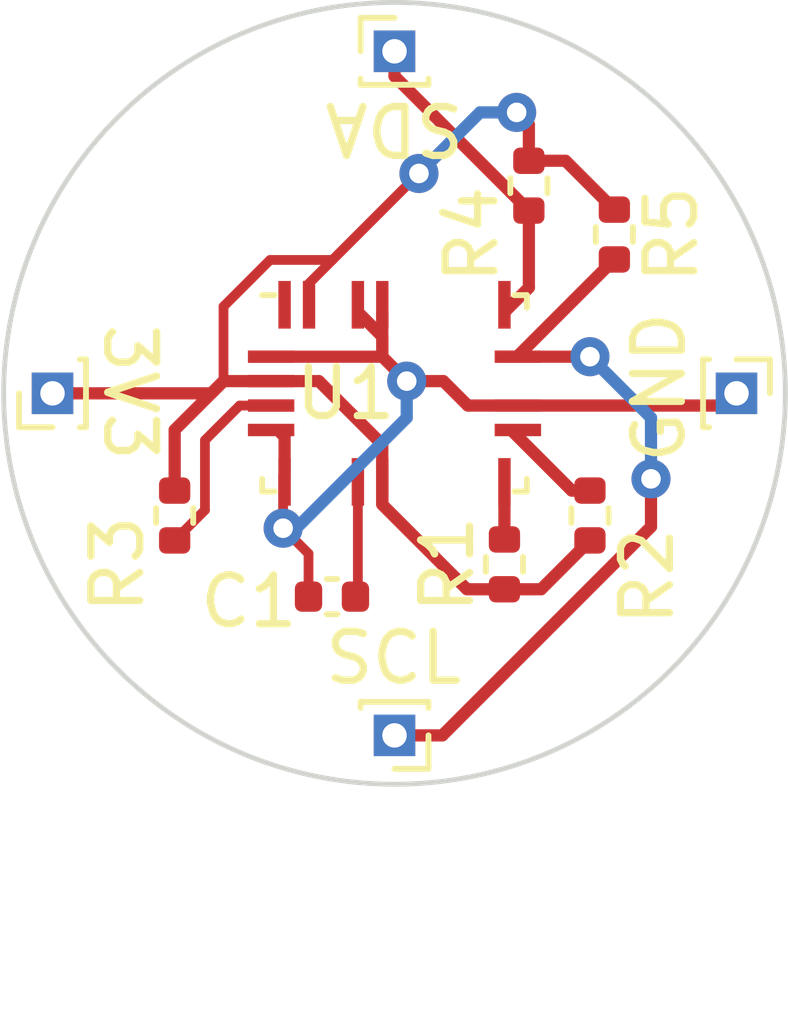
<source format=kicad_pcb>
(kicad_pcb (version 20221018) (generator pcbnew)
  (layers (0 "F.Cu" signal) (31 "B.Cu" signal) (34 "B.Paste" user) (35 "F.Paste" user) (36 "B.SilkS" user "B.Silkscreen") (37 "F.SilkS" user "F.Silkscreen") (38 "B.Mask" user) (39 "F.Mask" user) (44 "Edge.Cuts" user))
  (net 0 "")
  (net 1 "Net-(U1-CAP)")
  (net 2 "GND")
  (net 3 "Net-(J1-Pin_1)")
  (net 4 "Net-(J2-Pin_1)")
  (net 5 "+3.3V")
  (net 6 "Net-(U1-ENV_SCL)")
  (net 7 "Net-(U1-ENV_SDA)")
  (net 8 "Net-(U1-BOOTN)")
  (footprint "Resistor_SMD:R_0402_1005Metric" (layer "F.Cu") (at 143.08 106.64 -90)
    (fp_text reference "R2" (at 1.25 -1.17 90) (layer "F.SilkS"))
    (fp_text value "2.2k")
    (fp_line (start -0.153641 -0.38) (end 0.153641 -0.38) (stroke (width 0.12)) (layer "F.SilkS"))
    (fp_line (start -0.153641 0.38) (end 0.153641 0.38) (stroke (width 0.12)) (layer "F.SilkS"))
    (pad "1" smd roundrect (at -0.51 0 270) (size 0.54 0.64) (layers "F.Cu" "F.Paste" "F.Mask") (net 7 "Net-(U1-ENV_SDA)"))
    (pad "2" smd roundrect (at 0.51 0 270) (size 0.54 0.64) (layers "F.Cu" "F.Paste" "F.Mask") (net 5 "+3.3V"))
  )
  (footprint "Connector_PinHeader_1.00mm:PinHeader_1x01_P1.00mm_Vertical" (layer "F.Cu") (at 139.08 111.14 180)
    (fp_text reference "J2" hide)
    (fp_text value "Conn_01x01_Pin")
    (fp_line (start -0.695 -0.685) (end 0 -0.685) (stroke (width 0.12)) (layer "F.SilkS"))
    (fp_line (start -0.695 0) (end -0.695 -0.685) (stroke (width 0.12)) (layer "F.SilkS"))
    (fp_line (start -0.695 0.685) (end -0.695 0.56) (stroke (width 0.12)) (layer "F.SilkS"))
    (fp_line (start -0.695 0.685) (end -0.608276 0.685) (stroke (width 0.12)) (layer "F.SilkS"))
    (fp_line (start -0.695 0.685) (end 0.695 0.685) (stroke (width 0.12)) (layer "F.SilkS"))
    (fp_line (start 0.608276 0.685) (end 0.695 0.685) (stroke (width 0.12)) (layer "F.SilkS"))
    (fp_line (start 0.695 0.685) (end 0.695 0.56) (stroke (width 0.12)) (layer "F.SilkS"))
    (pad "1" thru_hole rect (at 0 0 180) (size 0.85 0.85) (drill 0.5) (layers "*.Cu" "*.Mask") (net 4 "Net-(J2-Pin_1)"))
  )
  (footprint "Capacitor_SMD:C_0402_1005Metric" (layer "F.Cu") (at 137.8 108.3 180)
    (fp_text reference "C1" (at 1.7 -0.1) (layer "F.SilkS"))
    (fp_text value "0.1uF")
    (fp_line (start -0.107836 -0.36) (end 0.107836 -0.36) (stroke (width 0.12)) (layer "F.SilkS"))
    (fp_line (start -0.107836 0.36) (end 0.107836 0.36) (stroke (width 0.12)) (layer "F.SilkS"))
    (pad "1" smd roundrect (at -0.48 0 180) (size 0.56 0.62) (layers "F.Cu" "F.Paste" "F.Mask") (net 1 "Net-(U1-CAP)"))
    (pad "2" smd roundrect (at 0.48 0 180) (size 0.56 0.62) (layers "F.Cu" "F.Paste" "F.Mask") (net 2 "GND"))
  )
  (footprint "Connector_PinHeader_1.00mm:PinHeader_1x01_P1.00mm_Vertical" (layer "F.Cu") (at 139.08 97.14)
    (fp_text reference "J1" hide)
    (fp_text value "Conn_01x01_Pin")
    (fp_line (start -0.695 -0.685) (end 0 -0.685) (stroke (width 0.12)) (layer "F.SilkS"))
    (fp_line (start -0.695 0) (end -0.695 -0.685) (stroke (width 0.12)) (layer "F.SilkS"))
    (fp_line (start -0.695 0.685) (end -0.695 0.56) (stroke (width 0.12)) (layer "F.SilkS"))
    (fp_line (start -0.695 0.685) (end -0.608276 0.685) (stroke (width 0.12)) (layer "F.SilkS"))
    (fp_line (start -0.695 0.685) (end 0.695 0.685) (stroke (width 0.12)) (layer "F.SilkS"))
    (fp_line (start 0.608276 0.685) (end 0.695 0.685) (stroke (width 0.12)) (layer "F.SilkS"))
    (fp_line (start 0.695 0.685) (end 0.695 0.56) (stroke (width 0.12)) (layer "F.SilkS"))
    (pad "1" thru_hole rect (at 0 0) (size 0.85 0.85) (drill 0.5) (layers "*.Cu" "*.Mask") (net 3 "Net-(J1-Pin_1)"))
  )
  (footprint "Connector_PinHeader_1.00mm:PinHeader_1x01_P1.00mm_Vertical" (layer "F.Cu") (at 132.08 104.14 90)
    (fp_text reference "J3" hide)
    (fp_text value "Conn_01x01_Pin")
    (fp_line (start -0.695 -0.685) (end 0 -0.685) (stroke (width 0.12)) (layer "F.SilkS"))
    (fp_line (start -0.695 0) (end -0.695 -0.685) (stroke (width 0.12)) (layer "F.SilkS"))
    (fp_line (start -0.695 0.685) (end -0.695 0.56) (stroke (width 0.12)) (layer "F.SilkS"))
    (fp_line (start -0.695 0.685) (end -0.608276 0.685) (stroke (width 0.12)) (layer "F.SilkS"))
    (fp_line (start -0.695 0.685) (end 0.695 0.685) (stroke (width 0.12)) (layer "F.SilkS"))
    (fp_line (start 0.608276 0.685) (end 0.695 0.685) (stroke (width 0.12)) (layer "F.SilkS"))
    (fp_line (start 0.695 0.685) (end 0.695 0.56) (stroke (width 0.12)) (layer "F.SilkS"))
    (pad "1" thru_hole rect (at 0 0 90) (size 0.85 0.85) (drill 0.5) (layers "*.Cu" "*.Mask") (net 5 "+3.3V"))
  )
  (footprint "Resistor_SMD:R_0402_1005Metric" (layer "F.Cu") (at 141.33 107.64 90)
    (fp_text reference "R1" (at 0 -1.17 90) (layer "F.SilkS"))
    (fp_text value "2.2k")
    (fp_line (start -0.153641 -0.38) (end 0.153641 -0.38) (stroke (width 0.12)) (layer "F.SilkS"))
    (fp_line (start -0.153641 0.38) (end 0.153641 0.38) (stroke (width 0.12)) (layer "F.SilkS"))
    (pad "1" smd roundrect (at -0.51 0 90) (size 0.54 0.64) (layers "F.Cu" "F.Paste" "F.Mask") (net 5 "+3.3V"))
    (pad "2" smd roundrect (at 0.51 0 90) (size 0.54 0.64) (layers "F.Cu" "F.Paste" "F.Mask") (net 6 "Net-(U1-ENV_SCL)"))
  )
  (footprint "Package_LGA:LGA-28_5.2x3.8mm_P0.5mm" (layer "F.Cu") (at 139.08 104.14)
    (fp_text reference "U1" (at -1 0) (layer "F.SilkS"))
    (fp_text value "~")
    (fp_line (start -2.71 -2.01) (end -2.45 -2.01) (stroke (width 0.12)) (layer "F.SilkS"))
    (fp_line (start -2.71 2.01) (end -2.71 1.75) (stroke (width 0.12)) (layer "F.SilkS"))
    (fp_line (start -2.71 2.01) (end -2.45 2.01) (stroke (width 0.12)) (layer "F.SilkS"))
    (fp_line (start 2.71 -2.01) (end 2.45 -2.01) (stroke (width 0.12)) (layer "F.SilkS"))
    (fp_line (start 2.71 -2.01) (end 2.71 -1.75) (stroke (width 0.12)) (layer "F.SilkS"))
    (fp_line (start 2.71 2.01) (end 2.45 2.01) (stroke (width 0.12)) (layer "F.SilkS"))
    (fp_line (start 2.71 2.01) (end 2.71 1.75) (stroke (width 0.12)) (layer "F.SilkS"))
    (pad "1" smd rect (at -2.25 -1.8125) (size 0.254 0.975) (layers "F.Cu" "F.Paste" "F.Mask"))
    (pad "2" smd rect (at -2.525 -0.75 90) (size 0.254 0.95) (layers "F.Cu" "F.Paste" "F.Mask") (net 2 "GND"))
    (pad "3" smd rect (at -2.525 -0.25 90) (size 0.254 0.95) (layers "F.Cu" "F.Paste" "F.Mask") (net 5 "+3.3V"))
    (pad "4" smd rect (at -2.525 0.25 90) (size 0.254 0.95) (layers "F.Cu" "F.Paste" "F.Mask") (net 8 "Net-(U1-BOOTN)"))
    (pad "5" smd rect (at -2.525 0.75 90) (size 0.254 0.95) (layers "F.Cu" "F.Paste" "F.Mask") (net 2 "GND"))
    (pad "6" smd rect (at -2.25 1.8125) (size 0.254 0.975) (layers "F.Cu" "F.Paste" "F.Mask") (net 2 "GND"))
    (pad "9" smd rect (at -0.75 1.8125) (size 0.254 0.975) (layers "F.Cu" "F.Paste" "F.Mask") (net 1 "Net-(U1-CAP)"))
    (pad "10" smd rect (at -0.25 1.8125) (size 0.254 0.975) (layers "F.Cu" "F.Paste" "F.Mask") (net 5 "+3.3V"))
    (pad "15" smd rect (at 2.25 1.8125) (size 0.254 0.975) (layers "F.Cu" "F.Paste" "F.Mask") (net 6 "Net-(U1-ENV_SCL)"))
    (pad "16" smd rect (at 2.525 0.75 90) (size 0.254 0.95) (layers "F.Cu" "F.Paste" "F.Mask") (net 7 "Net-(U1-ENV_SDA)"))
    (pad "17" smd rect (at 2.525 0.25 90) (size 0.254 0.95) (layers "F.Cu" "F.Paste" "F.Mask") (net 2 "GND"))
    (pad "19" smd rect (at 2.525 -0.75 90) (size 0.254 0.95) (layers "F.Cu" "F.Paste" "F.Mask") (net 4 "Net-(J2-Pin_1)"))
    (pad "20" smd rect (at 2.25 -1.8125) (size 0.254 0.975) (layers "F.Cu" "F.Paste" "F.Mask") (net 3 "Net-(J1-Pin_1)"))
    (pad "25" smd rect (at -0.25 -1.8125) (size 0.254 0.975) (layers "F.Cu" "F.Paste" "F.Mask") (net 2 "GND"))
    (pad "26" smd rect (at -0.75 -1.8125) (size 0.254 0.975) (layers "F.Cu" "F.Paste" "F.Mask") (net 2 "GND"))
    (pad "28" smd rect (at -1.75 -1.8125) (size 0.254 0.975) (layers "F.Cu" "F.Paste" "F.Mask") (net 5 "+3.3V"))
  )
  (footprint "Resistor_SMD:R_0402_1005Metric" (layer "F.Cu") (at 143.58 100.89 -90)
    (fp_text reference "R5" (at 0 -1.17 90) (layer "F.SilkS"))
    (fp_text value "2.2k")
    (fp_line (start -0.153641 -0.38) (end 0.153641 -0.38) (stroke (width 0.12)) (layer "F.SilkS"))
    (fp_line (start -0.153641 0.38) (end 0.153641 0.38) (stroke (width 0.12)) (layer "F.SilkS"))
    (pad "1" smd roundrect (at -0.51 0 270) (size 0.54 0.64) (layers "F.Cu" "F.Paste" "F.Mask") (net 5 "+3.3V"))
    (pad "2" smd roundrect (at 0.51 0 270) (size 0.54 0.64) (layers "F.Cu" "F.Paste" "F.Mask") (net 4 "Net-(J2-Pin_1)"))
  )
  (footprint "Connector_PinHeader_1.00mm:PinHeader_1x01_P1.00mm_Vertical" (layer "F.Cu") (at 146.08 104.14 -90)
    (fp_text reference "J4" hide)
    (fp_text value "Conn_01x01_Pin")
    (fp_line (start -0.695 -0.685) (end 0 -0.685) (stroke (width 0.12)) (layer "F.SilkS"))
    (fp_line (start -0.695 0) (end -0.695 -0.685) (stroke (width 0.12)) (layer "F.SilkS"))
    (fp_line (start -0.695 0.685) (end -0.695 0.56) (stroke (width 0.12)) (layer "F.SilkS"))
    (fp_line (start -0.695 0.685) (end -0.608276 0.685) (stroke (width 0.12)) (layer "F.SilkS"))
    (fp_line (start -0.695 0.685) (end 0.695 0.685) (stroke (width 0.12)) (layer "F.SilkS"))
    (fp_line (start 0.608276 0.685) (end 0.695 0.685) (stroke (width 0.12)) (layer "F.SilkS"))
    (fp_line (start 0.695 0.685) (end 0.695 0.56) (stroke (width 0.12)) (layer "F.SilkS"))
    (pad "1" thru_hole rect (at 0 0 270) (size 0.85 0.85) (drill 0.5) (layers "*.Cu" "*.Mask") (net 2 "GND"))
  )
  (footprint "Resistor_SMD:R_0402_1005Metric" (layer "F.Cu") (at 141.83 99.89 90)
    (fp_text reference "R4" (at -1 -1.17 90) (layer "F.SilkS"))
    (fp_text value "2.2k")
    (fp_line (start -0.153641 -0.38) (end 0.153641 -0.38) (stroke (width 0.12)) (layer "F.SilkS"))
    (fp_line (start -0.153641 0.38) (end 0.153641 0.38) (stroke (width 0.12)) (layer "F.SilkS"))
    (pad "1" smd roundrect (at -0.51 0 90) (size 0.54 0.64) (layers "F.Cu" "F.Paste" "F.Mask") (net 3 "Net-(J1-Pin_1)"))
    (pad "2" smd roundrect (at 0.51 0 90) (size 0.54 0.64) (layers "F.Cu" "F.Paste" "F.Mask") (net 5 "+3.3V"))
  )
  (footprint "Resistor_SMD:R_0402_1005Metric" (layer "F.Cu") (at 134.58 106.64 90)
    (fp_text reference "R3" (at -1 -1.17 90) (layer "F.SilkS"))
    (fp_text value "10k")
    (fp_line (start -0.153641 -0.38) (end 0.153641 -0.38) (stroke (width 0.12)) (layer "F.SilkS"))
    (fp_line (start -0.153641 0.38) (end 0.153641 0.38) (stroke (width 0.12)) (layer "F.SilkS"))
    (pad "1" smd roundrect (at -0.51 0 90) (size 0.54 0.64) (layers "F.Cu" "F.Paste" "F.Mask") (net 8 "Net-(U1-BOOTN)"))
    (pad "2" smd roundrect (at 0.51 0 90) (size 0.54 0.64) (layers "F.Cu" "F.Paste" "F.Mask") (net 5 "+3.3V"))
  )
  (gr_circle (center 139.08 104.14) (end 147.08 104.14) (stroke (width 0.1)) (fill none) (layer "Edge.Cuts"))
  (gr_text "SCL" (at 137.58 110.14) (layer "F.SilkS") (effects (font (size 1 1)) (justify left bottom)))
  (gr_text "SDA" (at 140.58 98.14 180) (layer "F.SilkS") (effects (font (size 1 1)) (justify left bottom)))
  (gr_text "3V3" (at 133.08 102.64 -90) (layer "F.SilkS") (effects (font (size 1 1)) (justify left bottom)))
  (gr_text "GND" (at 145.08 105.64 90) (layer "F.SilkS") (effects (font (size 1 1)) (justify left bottom)))
  (segment (start 138.33 108.25) (end 138.33 105.8025) (width 0.2) (layer "F.Cu") (net 1))
  (segment (start 138.28 108.3) (end 138.33 108.25) (width 0.2) (layer "F.Cu") (net 1))
  (segment (start 146.08 104.14) (end 145.83 104.39) (width 0.25) (layer "F.Cu") (net 2))
  (segment (start 137.32 107.42) (end 136.8 106.9) (width 0.2) (layer "F.Cu") (net 2))
  (segment (start 136.83 105.8025) (end 136.83 105.0275) (width 0.25) (layer "F.Cu") (net 2))
  (segment (start 145.83 104.39) (end 141.4675 104.39) (width 0.25) (layer "F.Cu") (net 2))
  (segment (start 138.83 102.9775) (end 138.33 102.4775) (width 0.25) (layer "F.Cu") (net 2))
  (segment (start 138.83 103.39) (end 138.83 102.9775) (width 0.25) (layer "F.Cu") (net 2))
  (segment (start 136.8 105.8325) (end 136.83 105.8025) (width 0.2) (layer "F.Cu") (net 2))
  (segment (start 136.83 105.0275) (end 136.6925 104.89) (width 0.25) (layer "F.Cu") (net 2))
  (segment (start 139.33 103.89) (end 138.83 103.39) (width 0.25) (layer "F.Cu") (net 2))
  (segment (start 140.08 103.89) (end 140.58 104.39) (width 0.25) (layer "F.Cu") (net 2))
  (segment (start 137.32 108.3) (end 137.32 107.42) (width 0.2) (layer "F.Cu") (net 2))
  (segment (start 136.8 106.9) (end 136.8 105.8325) (width 0.2) (layer "F.Cu") (net 2))
  (segment (start 138.83 103.39) (end 136.6925 103.39) (width 0.25) (layer "F.Cu") (net 2))
  (segment (start 139.33 103.89) (end 140.08 103.89) (width 0.25) (layer "F.Cu") (net 2))
  (segment (start 141.4675 104.39) (end 140.58 104.39) (width 0.25) (layer "F.Cu") (net 2))
  (segment (start 138.83 103.39) (end 138.83 102.4775) (width 0.25) (layer "F.Cu") (net 2))
  (via (at 139.33 103.89) (size 0.8) (drill 0.4) (layers "F.Cu" "B.Cu") (net 2))
  (via (at 136.8 106.9) (size 0.8) (drill 0.4) (layers "F.Cu" "B.Cu") (net 2))
  (segment (start 139.33 104.64) (end 139.33 103.89) (width 0.25) (layer "B.Cu") (net 2))
  (segment (start 137.07 106.9) (end 139.33 104.64) (width 0.25) (layer "B.Cu") (net 2))
  (segment (start 136.8 106.9) (end 137.07 106.9) (width 0.25) (layer "B.Cu") (net 2))
  (segment (start 139.08 97.14) (end 139.08 97.65) (width 0.25) (layer "F.Cu") (net 3))
  (segment (start 141.83 101.9775) (end 141.33 102.4775) (width 0.25) (layer "F.Cu") (net 3))
  (segment (start 139.08 97.65) (end 141.83 100.4) (width 0.25) (layer "F.Cu") (net 3))
  (segment (start 141.83 100.4) (end 141.83 101.9775) (width 0.25) (layer "F.Cu") (net 3))
  (segment (start 141.4675 103.39) (end 143.08 103.39) (width 0.25) (layer "F.Cu") (net 4))
  (segment (start 140.060538 111.14) (end 139.08 111.14) (width 0.25) (layer "F.Cu") (net 4))
  (segment (start 141.59 103.39) (end 141.4675 103.39) (width 0.25) (layer "F.Cu") (net 4))
  (segment (start 144.33 105.89) (end 144.33 106.870538) (width 0.25) (layer "F.Cu") (net 4))
  (segment (start 143.58 101.4) (end 141.59 103.39) (width 0.25) (layer "F.Cu") (net 4))
  (segment (start 144.33 106.870538) (end 140.060538 111.14) (width 0.25) (layer "F.Cu") (net 4))
  (via (at 144.33 105.89) (size 0.8) (drill 0.4) (layers "F.Cu" "B.Cu") (net 4))
  (via (at 143.08 103.39) (size 0.8) (drill 0.4) (layers "F.Cu" "B.Cu") (net 4))
  (segment (start 143.08 103.39) (end 144.33 104.64) (width 0.25) (layer "B.Cu") (net 4))
  (segment (start 144.33 104.64) (end 144.33 105.89) (width 0.25) (layer "B.Cu") (net 4))
  (segment (start 135.58 103.89) (end 135.58 102.363) (width 0.2) (layer "F.Cu") (net 5))
  (segment (start 140.563 108.15) (end 138.83 106.417) (width 0.25) (layer "F.Cu") (net 5))
  (segment (start 135.33 104.14) (end 135.58 103.89) (width 0.25) (layer "F.Cu") (net 5))
  (segment (start 141.33 108.15) (end 140.563 108.15) (width 0.25) (layer "F.Cu") (net 5))
  (segment (start 134.58 104.89) (end 135.58 103.89) (width 0.25) (layer "F.Cu") (net 5))
  (segment (start 142.58 99.38) (end 143.58 100.38) (width 0.25) (layer "F.Cu") (net 5))
  (segment (start 132.08 104.14) (end 135.33 104.14) (width 0.25) (layer "F.Cu") (net 5))
  (segment (start 134.58 106.13) (end 134.58 104.89) (width 0.25) (layer "F.Cu") (net 5))
  (segment (start 142.08 108.15) (end 143.08 107.15) (width 0.25) (layer "F.Cu") (net 5))
  (segment (start 138.83 105.188) (end 137.532 103.89) (width 0.25) (layer "F.Cu") (net 5))
  (segment (start 135.58 102.363) (end 136.533 101.41) (width 0.2) (layer "F.Cu") (net 5))
  (segment (start 137.532 103.89) (end 136.6925 103.89) (width 0.25) (layer "F.Cu") (net 5))
  (segment (start 136.533 101.41) (end 137.81 101.41) (width 0.2) (layer "F.Cu") (net 5))
  (segment (start 141.33 108.15) (end 142.08 108.15) (width 0.25) (layer "F.Cu") (net 5))
  (segment (start 141.83 99.38) (end 141.83 98.64) (width 0.25) (layer "F.Cu") (net 5))
  (segment (start 135.58 103.89) (end 136.6925 103.89) (width 0.25) (layer "F.Cu") (net 5))
  (segment (start 138.83 105.8025) (end 138.83 105.188) (width 0.25) (layer "F.Cu") (net 5))
  (segment (start 138.83 106.417) (end 138.83 105.8025) (width 0.25) (layer "F.Cu") (net 5))
  (segment (start 141.83 99.38) (end 142.58 99.38) (width 0.25) (layer "F.Cu") (net 5))
  (segment (start 141.83 98.64) (end 141.58 98.39) (width 0.25) (layer "F.Cu") (net 5))
  (segment (start 137.81 101.41) (end 139.58 99.64) (width 0.2) (layer "F.Cu") (net 5))
  (segment (start 137.33 101.89) (end 137.81 101.41) (width 0.2) (layer "F.Cu") (net 5))
  (segment (start 137.33 102.3275) (end 137.33 101.89) (width 0.2) (layer "F.Cu") (net 5))
  (via (at 139.58 99.64) (size 0.8) (drill 0.4) (layers "F.Cu" "B.Cu") (net 5))
  (via (at 141.58 98.39) (size 0.8) (drill 0.4) (layers "F.Cu" "B.Cu") (net 5))
  (segment (start 140.83 98.39) (end 139.58 99.64) (width 0.25) (layer "B.Cu") (net 5))
  (segment (start 141.58 98.39) (end 140.83 98.39) (width 0.25) (layer "B.Cu") (net 5))
  (segment (start 141.33 107.13) (end 141.33 105.8025) (width 0.25) (layer "F.Cu") (net 6))
  (segment (start 142.7075 106.13) (end 141.4675 104.89) (width 0.25) (layer "F.Cu") (net 7))
  (segment (start 143.08 106.13) (end 142.7075 106.13) (width 0.25) (layer "F.Cu") (net 7))
  (segment (start 135.2 105.1) (end 135.91 104.39) (width 0.2) (layer "F.Cu") (net 8))
  (segment (start 135.91 104.39) (end 136.555 104.39) (width 0.2) (layer "F.Cu") (net 8))
  (segment (start 134.58 107.15) (end 135.2 106.53) (width 0.2) (layer "F.Cu") (net 8))
  (segment (start 135.2 106.53) (end 135.2 105.1) (width 0.2) (layer "F.Cu") (net 8))
)
</source>
